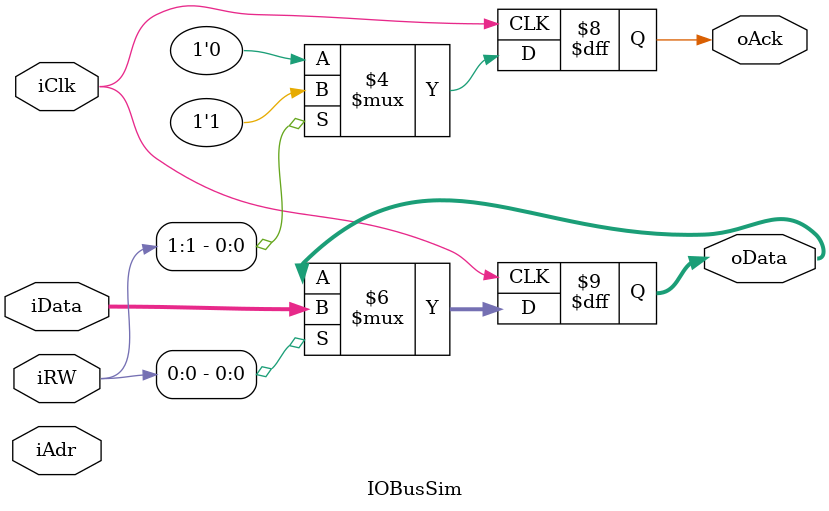
<source format=v>
module IOBusSim
	(
		input							iClk,
		input				[1:0]		iRW,
		input				[15:0]	iAdr,
		input				[15:0]	iData,
		output	reg				oAck,
		output	reg	[15:0]	oData
	);


always @(posedge iClk)
begin
	oAck <= 1'b0;
	if (iRW[0] == 1'b1)
		oData <= iData;
	if (iRW[1] == 1'b1)
		oAck <= 1'b1;
end

endmodule

</source>
